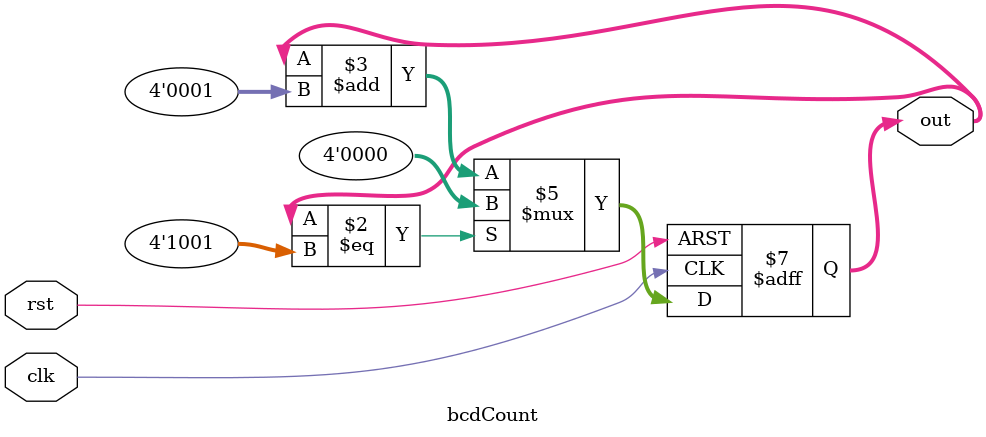
<source format=sv>
`timescale 1ns / 1ps


// 
//////////////////////////////////////////////////////////////////////////////////


module bcdCount(
    input logic clk,
    input logic rst,
    output logic [3:0] out
    );
    
    
    always_ff @(posedge clk, posedge rst) begin
        if(rst) begin
            out <= 4'b0000;
        end
        else if (out == 4'b1001) begin
            out <= 4'b0000;
        end
        else begin
            out <= out + 4'b0001;
        end
    end
endmodule

</source>
